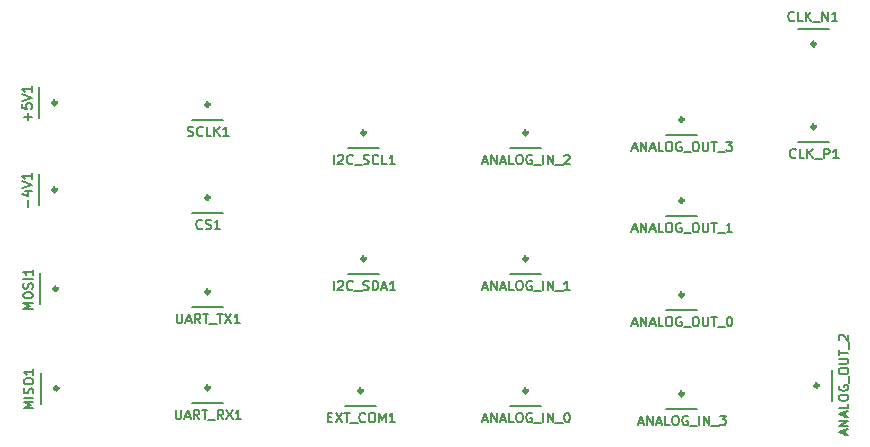
<source format=gbr>
%TF.GenerationSoftware,KiCad,Pcbnew,(6.0.8)*%
%TF.CreationDate,2023-08-07T17:47:41+10:00*%
%TF.ProjectId,REDPITAYA-BRK,52454450-4954-4415-9941-2d42524b2e6b,rev?*%
%TF.SameCoordinates,Original*%
%TF.FileFunction,Legend,Top*%
%TF.FilePolarity,Positive*%
%FSLAX46Y46*%
G04 Gerber Fmt 4.6, Leading zero omitted, Abs format (unit mm)*
G04 Created by KiCad (PCBNEW (6.0.8)) date 2023-08-07 17:47:41*
%MOMM*%
%LPD*%
G01*
G04 APERTURE LIST*
%ADD10C,0.150000*%
%ADD11C,0.127000*%
%ADD12C,0.300000*%
G04 APERTURE END LIST*
D10*
%TO.C,ANALOG_OUT_1*%
X149500725Y-52625730D02*
X149881741Y-52625730D01*
X149424522Y-52854340D02*
X149691233Y-52054206D01*
X149957944Y-52854340D01*
X150224656Y-52854340D02*
X150224656Y-52054206D01*
X150681875Y-52854340D01*
X150681875Y-52054206D01*
X151024790Y-52625730D02*
X151405806Y-52625730D01*
X150948586Y-52854340D02*
X151215298Y-52054206D01*
X151482009Y-52854340D01*
X152129737Y-52854340D02*
X151748720Y-52854340D01*
X151748720Y-52054206D01*
X152548854Y-52054206D02*
X152701261Y-52054206D01*
X152777464Y-52092308D01*
X152853667Y-52168511D01*
X152891769Y-52320917D01*
X152891769Y-52587629D01*
X152853667Y-52740035D01*
X152777464Y-52816238D01*
X152701261Y-52854340D01*
X152548854Y-52854340D01*
X152472651Y-52816238D01*
X152396448Y-52740035D01*
X152358346Y-52587629D01*
X152358346Y-52320917D01*
X152396448Y-52168511D01*
X152472651Y-52092308D01*
X152548854Y-52054206D01*
X153653801Y-52092308D02*
X153577598Y-52054206D01*
X153463293Y-52054206D01*
X153348988Y-52092308D01*
X153272785Y-52168511D01*
X153234683Y-52244714D01*
X153196582Y-52397120D01*
X153196582Y-52511425D01*
X153234683Y-52663832D01*
X153272785Y-52740035D01*
X153348988Y-52816238D01*
X153463293Y-52854340D01*
X153539496Y-52854340D01*
X153653801Y-52816238D01*
X153691903Y-52778137D01*
X153691903Y-52511425D01*
X153539496Y-52511425D01*
X153844309Y-52930543D02*
X154453935Y-52930543D01*
X154796850Y-52054206D02*
X154949256Y-52054206D01*
X155025460Y-52092308D01*
X155101663Y-52168511D01*
X155139764Y-52320917D01*
X155139764Y-52587629D01*
X155101663Y-52740035D01*
X155025460Y-52816238D01*
X154949256Y-52854340D01*
X154796850Y-52854340D01*
X154720647Y-52816238D01*
X154644443Y-52740035D01*
X154606342Y-52587629D01*
X154606342Y-52320917D01*
X154644443Y-52168511D01*
X154720647Y-52092308D01*
X154796850Y-52054206D01*
X155482679Y-52054206D02*
X155482679Y-52701933D01*
X155520781Y-52778137D01*
X155558882Y-52816238D01*
X155635085Y-52854340D01*
X155787492Y-52854340D01*
X155863695Y-52816238D01*
X155901797Y-52778137D01*
X155939898Y-52701933D01*
X155939898Y-52054206D01*
X156206610Y-52054206D02*
X156663829Y-52054206D01*
X156435219Y-52854340D02*
X156435219Y-52054206D01*
X156740032Y-52930543D02*
X157349658Y-52930543D01*
X157959284Y-52854340D02*
X157502065Y-52854340D01*
X157730675Y-52854340D02*
X157730675Y-52054206D01*
X157654471Y-52168511D01*
X157578268Y-52244714D01*
X157502065Y-52282816D01*
%TO.C,+5V1*%
X98332777Y-43379764D02*
X98332777Y-42770139D01*
X98637590Y-43074951D02*
X98027964Y-43074951D01*
X97837456Y-42008106D02*
X97837456Y-42389122D01*
X98218472Y-42427224D01*
X98180370Y-42389122D01*
X98142269Y-42312919D01*
X98142269Y-42122411D01*
X98180370Y-42046208D01*
X98218472Y-42008106D01*
X98294675Y-41970005D01*
X98485183Y-41970005D01*
X98561387Y-42008106D01*
X98599488Y-42046208D01*
X98637590Y-42122411D01*
X98637590Y-42312919D01*
X98599488Y-42389122D01*
X98561387Y-42427224D01*
X97837456Y-41741395D02*
X98637590Y-41474683D01*
X97837456Y-41207972D01*
X98637590Y-40522143D02*
X98637590Y-40979362D01*
X98637590Y-40750753D02*
X97837456Y-40750753D01*
X97951761Y-40826956D01*
X98027964Y-40903159D01*
X98066066Y-40979362D01*
%TO.C,I2C_SDA1*%
X124215094Y-57788340D02*
X124215094Y-56988206D01*
X124558009Y-57064409D02*
X124596111Y-57026308D01*
X124672314Y-56988206D01*
X124862822Y-56988206D01*
X124939025Y-57026308D01*
X124977127Y-57064409D01*
X125015228Y-57140612D01*
X125015228Y-57216816D01*
X124977127Y-57331120D01*
X124519907Y-57788340D01*
X125015228Y-57788340D01*
X125815362Y-57712137D02*
X125777261Y-57750238D01*
X125662956Y-57788340D01*
X125586753Y-57788340D01*
X125472448Y-57750238D01*
X125396245Y-57674035D01*
X125358143Y-57597832D01*
X125320041Y-57445425D01*
X125320041Y-57331120D01*
X125358143Y-57178714D01*
X125396245Y-57102511D01*
X125472448Y-57026308D01*
X125586753Y-56988206D01*
X125662956Y-56988206D01*
X125777261Y-57026308D01*
X125815362Y-57064409D01*
X125967769Y-57864543D02*
X126577395Y-57864543D01*
X126729801Y-57750238D02*
X126844106Y-57788340D01*
X127034614Y-57788340D01*
X127110817Y-57750238D01*
X127148919Y-57712137D01*
X127187021Y-57635933D01*
X127187021Y-57559730D01*
X127148919Y-57483527D01*
X127110817Y-57445425D01*
X127034614Y-57407324D01*
X126882208Y-57369222D01*
X126806005Y-57331120D01*
X126767903Y-57293019D01*
X126729801Y-57216816D01*
X126729801Y-57140612D01*
X126767903Y-57064409D01*
X126806005Y-57026308D01*
X126882208Y-56988206D01*
X127072716Y-56988206D01*
X127187021Y-57026308D01*
X127529935Y-57788340D02*
X127529935Y-56988206D01*
X127720443Y-56988206D01*
X127834748Y-57026308D01*
X127910951Y-57102511D01*
X127949053Y-57178714D01*
X127987155Y-57331120D01*
X127987155Y-57445425D01*
X127949053Y-57597832D01*
X127910951Y-57674035D01*
X127834748Y-57750238D01*
X127720443Y-57788340D01*
X127529935Y-57788340D01*
X128291968Y-57559730D02*
X128672984Y-57559730D01*
X128215764Y-57788340D02*
X128482476Y-56988206D01*
X128749187Y-57788340D01*
X129435016Y-57788340D02*
X128977797Y-57788340D01*
X129206407Y-57788340D02*
X129206407Y-56988206D01*
X129130203Y-57102511D01*
X129054000Y-57178714D01*
X128977797Y-57216816D01*
%TO.C,ANALOG_IN_3*%
X150034147Y-68989730D02*
X150415164Y-68989730D01*
X149957944Y-69218340D02*
X150224656Y-68418206D01*
X150491367Y-69218340D01*
X150758078Y-69218340D02*
X150758078Y-68418206D01*
X151215298Y-69218340D01*
X151215298Y-68418206D01*
X151558212Y-68989730D02*
X151939228Y-68989730D01*
X151482009Y-69218340D02*
X151748720Y-68418206D01*
X152015432Y-69218340D01*
X152663159Y-69218340D02*
X152282143Y-69218340D01*
X152282143Y-68418206D01*
X153082277Y-68418206D02*
X153234683Y-68418206D01*
X153310887Y-68456308D01*
X153387090Y-68532511D01*
X153425192Y-68684917D01*
X153425192Y-68951629D01*
X153387090Y-69104035D01*
X153310887Y-69180238D01*
X153234683Y-69218340D01*
X153082277Y-69218340D01*
X153006074Y-69180238D01*
X152929871Y-69104035D01*
X152891769Y-68951629D01*
X152891769Y-68684917D01*
X152929871Y-68532511D01*
X153006074Y-68456308D01*
X153082277Y-68418206D01*
X154187224Y-68456308D02*
X154111021Y-68418206D01*
X153996716Y-68418206D01*
X153882411Y-68456308D01*
X153806208Y-68532511D01*
X153768106Y-68608714D01*
X153730005Y-68761120D01*
X153730005Y-68875425D01*
X153768106Y-69027832D01*
X153806208Y-69104035D01*
X153882411Y-69180238D01*
X153996716Y-69218340D01*
X154072919Y-69218340D01*
X154187224Y-69180238D01*
X154225326Y-69142137D01*
X154225326Y-68875425D01*
X154072919Y-68875425D01*
X154377732Y-69294543D02*
X154987358Y-69294543D01*
X155177866Y-69218340D02*
X155177866Y-68418206D01*
X155558882Y-69218340D02*
X155558882Y-68418206D01*
X156016102Y-69218340D01*
X156016102Y-68418206D01*
X156206610Y-69294543D02*
X156816236Y-69294543D01*
X156930541Y-68418206D02*
X157425862Y-68418206D01*
X157159150Y-68723019D01*
X157273455Y-68723019D01*
X157349658Y-68761120D01*
X157387760Y-68799222D01*
X157425862Y-68875425D01*
X157425862Y-69065933D01*
X157387760Y-69142137D01*
X157349658Y-69180238D01*
X157273455Y-69218340D01*
X157044845Y-69218340D01*
X156968642Y-69180238D01*
X156930541Y-69142137D01*
%TO.C,-4V1*%
X98332777Y-50745764D02*
X98332777Y-50136139D01*
X98104167Y-49412208D02*
X98637590Y-49412208D01*
X97799354Y-49602716D02*
X98370879Y-49793224D01*
X98370879Y-49297903D01*
X97837456Y-49107395D02*
X98637590Y-48840683D01*
X97837456Y-48573972D01*
X98637590Y-47888143D02*
X98637590Y-48345362D01*
X98637590Y-48116753D02*
X97837456Y-48116753D01*
X97951761Y-48192956D01*
X98027964Y-48269159D01*
X98066066Y-48345362D01*
%TO.C,UART_RX1*%
X110854688Y-67910206D02*
X110854688Y-68557933D01*
X110892790Y-68634137D01*
X110930891Y-68672238D01*
X111007094Y-68710340D01*
X111159501Y-68710340D01*
X111235704Y-68672238D01*
X111273806Y-68634137D01*
X111311907Y-68557933D01*
X111311907Y-67910206D01*
X111654822Y-68481730D02*
X112035838Y-68481730D01*
X111578619Y-68710340D02*
X111845330Y-67910206D01*
X112112041Y-68710340D01*
X112835972Y-68710340D02*
X112569261Y-68329324D01*
X112378753Y-68710340D02*
X112378753Y-67910206D01*
X112683566Y-67910206D01*
X112759769Y-67948308D01*
X112797871Y-67986409D01*
X112835972Y-68062612D01*
X112835972Y-68176917D01*
X112797871Y-68253120D01*
X112759769Y-68291222D01*
X112683566Y-68329324D01*
X112378753Y-68329324D01*
X113064582Y-67910206D02*
X113521801Y-67910206D01*
X113293192Y-68710340D02*
X113293192Y-67910206D01*
X113598005Y-68786543D02*
X114207630Y-68786543D01*
X114855358Y-68710340D02*
X114588647Y-68329324D01*
X114398139Y-68710340D02*
X114398139Y-67910206D01*
X114702951Y-67910206D01*
X114779155Y-67948308D01*
X114817256Y-67986409D01*
X114855358Y-68062612D01*
X114855358Y-68176917D01*
X114817256Y-68253120D01*
X114779155Y-68291222D01*
X114702951Y-68329324D01*
X114398139Y-68329324D01*
X115122069Y-67910206D02*
X115655492Y-68710340D01*
X115655492Y-67910206D02*
X115122069Y-68710340D01*
X116379423Y-68710340D02*
X115922203Y-68710340D01*
X116150813Y-68710340D02*
X116150813Y-67910206D01*
X116074610Y-68024511D01*
X115998407Y-68100714D01*
X115922203Y-68138816D01*
%TO.C,ANALOG_IN_0*%
X136826147Y-68735730D02*
X137207164Y-68735730D01*
X136749944Y-68964340D02*
X137016656Y-68164206D01*
X137283367Y-68964340D01*
X137550078Y-68964340D02*
X137550078Y-68164206D01*
X138007298Y-68964340D01*
X138007298Y-68164206D01*
X138350212Y-68735730D02*
X138731228Y-68735730D01*
X138274009Y-68964340D02*
X138540720Y-68164206D01*
X138807432Y-68964340D01*
X139455159Y-68964340D02*
X139074143Y-68964340D01*
X139074143Y-68164206D01*
X139874277Y-68164206D02*
X140026683Y-68164206D01*
X140102887Y-68202308D01*
X140179090Y-68278511D01*
X140217192Y-68430917D01*
X140217192Y-68697629D01*
X140179090Y-68850035D01*
X140102887Y-68926238D01*
X140026683Y-68964340D01*
X139874277Y-68964340D01*
X139798074Y-68926238D01*
X139721871Y-68850035D01*
X139683769Y-68697629D01*
X139683769Y-68430917D01*
X139721871Y-68278511D01*
X139798074Y-68202308D01*
X139874277Y-68164206D01*
X140979224Y-68202308D02*
X140903021Y-68164206D01*
X140788716Y-68164206D01*
X140674411Y-68202308D01*
X140598208Y-68278511D01*
X140560106Y-68354714D01*
X140522005Y-68507120D01*
X140522005Y-68621425D01*
X140560106Y-68773832D01*
X140598208Y-68850035D01*
X140674411Y-68926238D01*
X140788716Y-68964340D01*
X140864919Y-68964340D01*
X140979224Y-68926238D01*
X141017326Y-68888137D01*
X141017326Y-68621425D01*
X140864919Y-68621425D01*
X141169732Y-69040543D02*
X141779358Y-69040543D01*
X141969866Y-68964340D02*
X141969866Y-68164206D01*
X142350882Y-68964340D02*
X142350882Y-68164206D01*
X142808102Y-68964340D01*
X142808102Y-68164206D01*
X142998610Y-69040543D02*
X143608236Y-69040543D01*
X143951150Y-68164206D02*
X144027353Y-68164206D01*
X144103557Y-68202308D01*
X144141658Y-68240409D01*
X144179760Y-68316612D01*
X144217862Y-68469019D01*
X144217862Y-68659527D01*
X144179760Y-68811933D01*
X144141658Y-68888137D01*
X144103557Y-68926238D01*
X144027353Y-68964340D01*
X143951150Y-68964340D01*
X143874947Y-68926238D01*
X143836845Y-68888137D01*
X143798744Y-68811933D01*
X143760642Y-68659527D01*
X143760642Y-68469019D01*
X143798744Y-68316612D01*
X143836845Y-68240409D01*
X143874947Y-68202308D01*
X143951150Y-68164206D01*
%TO.C,UART_TX1*%
X110949942Y-59782206D02*
X110949942Y-60429933D01*
X110988044Y-60506137D01*
X111026145Y-60544238D01*
X111102348Y-60582340D01*
X111254755Y-60582340D01*
X111330958Y-60544238D01*
X111369060Y-60506137D01*
X111407161Y-60429933D01*
X111407161Y-59782206D01*
X111750076Y-60353730D02*
X112131092Y-60353730D01*
X111673873Y-60582340D02*
X111940584Y-59782206D01*
X112207295Y-60582340D01*
X112931226Y-60582340D02*
X112664515Y-60201324D01*
X112474007Y-60582340D02*
X112474007Y-59782206D01*
X112778820Y-59782206D01*
X112855023Y-59820308D01*
X112893125Y-59858409D01*
X112931226Y-59934612D01*
X112931226Y-60048917D01*
X112893125Y-60125120D01*
X112855023Y-60163222D01*
X112778820Y-60201324D01*
X112474007Y-60201324D01*
X113159836Y-59782206D02*
X113617055Y-59782206D01*
X113388446Y-60582340D02*
X113388446Y-59782206D01*
X113693259Y-60658543D02*
X114302884Y-60658543D01*
X114379088Y-59782206D02*
X114836307Y-59782206D01*
X114607697Y-60582340D02*
X114607697Y-59782206D01*
X115026815Y-59782206D02*
X115560238Y-60582340D01*
X115560238Y-59782206D02*
X115026815Y-60582340D01*
X116284169Y-60582340D02*
X115826949Y-60582340D01*
X116055559Y-60582340D02*
X116055559Y-59782206D01*
X115979356Y-59896511D01*
X115903152Y-59972714D01*
X115826949Y-60010816D01*
%TO.C,EXT_COM1*%
X123732485Y-68545222D02*
X123999196Y-68545222D01*
X124113501Y-68964340D02*
X123732485Y-68964340D01*
X123732485Y-68164206D01*
X124113501Y-68164206D01*
X124380212Y-68164206D02*
X124913635Y-68964340D01*
X124913635Y-68164206D02*
X124380212Y-68964340D01*
X125104143Y-68164206D02*
X125561362Y-68164206D01*
X125332753Y-68964340D02*
X125332753Y-68164206D01*
X125637566Y-69040543D02*
X126247192Y-69040543D01*
X126894919Y-68888137D02*
X126856817Y-68926238D01*
X126742513Y-68964340D01*
X126666309Y-68964340D01*
X126552005Y-68926238D01*
X126475801Y-68850035D01*
X126437700Y-68773832D01*
X126399598Y-68621425D01*
X126399598Y-68507120D01*
X126437700Y-68354714D01*
X126475801Y-68278511D01*
X126552005Y-68202308D01*
X126666309Y-68164206D01*
X126742513Y-68164206D01*
X126856817Y-68202308D01*
X126894919Y-68240409D01*
X127390240Y-68164206D02*
X127542647Y-68164206D01*
X127618850Y-68202308D01*
X127695053Y-68278511D01*
X127733155Y-68430917D01*
X127733155Y-68697629D01*
X127695053Y-68850035D01*
X127618850Y-68926238D01*
X127542647Y-68964340D01*
X127390240Y-68964340D01*
X127314037Y-68926238D01*
X127237834Y-68850035D01*
X127199732Y-68697629D01*
X127199732Y-68430917D01*
X127237834Y-68278511D01*
X127314037Y-68202308D01*
X127390240Y-68164206D01*
X128076069Y-68964340D02*
X128076069Y-68164206D01*
X128342781Y-68735730D01*
X128609492Y-68164206D01*
X128609492Y-68964340D01*
X129409626Y-68964340D02*
X128952407Y-68964340D01*
X129181016Y-68964340D02*
X129181016Y-68164206D01*
X129104813Y-68278511D01*
X129028610Y-68354714D01*
X128952407Y-68392816D01*
%TO.C,MOSI1*%
X98745590Y-59356374D02*
X97945456Y-59356374D01*
X98516980Y-59089663D01*
X97945456Y-58822951D01*
X98745590Y-58822951D01*
X97945456Y-58289529D02*
X97945456Y-58137122D01*
X97983558Y-58060919D01*
X98059761Y-57984716D01*
X98212167Y-57946614D01*
X98478879Y-57946614D01*
X98631285Y-57984716D01*
X98707488Y-58060919D01*
X98745590Y-58137122D01*
X98745590Y-58289529D01*
X98707488Y-58365732D01*
X98631285Y-58441935D01*
X98478879Y-58480037D01*
X98212167Y-58480037D01*
X98059761Y-58441935D01*
X97983558Y-58365732D01*
X97945456Y-58289529D01*
X98707488Y-57641801D02*
X98745590Y-57527496D01*
X98745590Y-57336988D01*
X98707488Y-57260785D01*
X98669387Y-57222683D01*
X98593183Y-57184582D01*
X98516980Y-57184582D01*
X98440777Y-57222683D01*
X98402675Y-57260785D01*
X98364574Y-57336988D01*
X98326472Y-57489395D01*
X98288370Y-57565598D01*
X98250269Y-57603700D01*
X98174066Y-57641801D01*
X98097862Y-57641801D01*
X98021659Y-57603700D01*
X97983558Y-57565598D01*
X97945456Y-57489395D01*
X97945456Y-57298887D01*
X97983558Y-57184582D01*
X98745590Y-56841667D02*
X97945456Y-56841667D01*
X98745590Y-56041533D02*
X98745590Y-56498753D01*
X98745590Y-56270143D02*
X97945456Y-56270143D01*
X98059761Y-56346346D01*
X98135964Y-56422549D01*
X98174066Y-56498753D01*
%TO.C,ANALOG_IN_1*%
X136826147Y-57559730D02*
X137207164Y-57559730D01*
X136749944Y-57788340D02*
X137016656Y-56988206D01*
X137283367Y-57788340D01*
X137550078Y-57788340D02*
X137550078Y-56988206D01*
X138007298Y-57788340D01*
X138007298Y-56988206D01*
X138350212Y-57559730D02*
X138731228Y-57559730D01*
X138274009Y-57788340D02*
X138540720Y-56988206D01*
X138807432Y-57788340D01*
X139455159Y-57788340D02*
X139074143Y-57788340D01*
X139074143Y-56988206D01*
X139874277Y-56988206D02*
X140026683Y-56988206D01*
X140102887Y-57026308D01*
X140179090Y-57102511D01*
X140217192Y-57254917D01*
X140217192Y-57521629D01*
X140179090Y-57674035D01*
X140102887Y-57750238D01*
X140026683Y-57788340D01*
X139874277Y-57788340D01*
X139798074Y-57750238D01*
X139721871Y-57674035D01*
X139683769Y-57521629D01*
X139683769Y-57254917D01*
X139721871Y-57102511D01*
X139798074Y-57026308D01*
X139874277Y-56988206D01*
X140979224Y-57026308D02*
X140903021Y-56988206D01*
X140788716Y-56988206D01*
X140674411Y-57026308D01*
X140598208Y-57102511D01*
X140560106Y-57178714D01*
X140522005Y-57331120D01*
X140522005Y-57445425D01*
X140560106Y-57597832D01*
X140598208Y-57674035D01*
X140674411Y-57750238D01*
X140788716Y-57788340D01*
X140864919Y-57788340D01*
X140979224Y-57750238D01*
X141017326Y-57712137D01*
X141017326Y-57445425D01*
X140864919Y-57445425D01*
X141169732Y-57864543D02*
X141779358Y-57864543D01*
X141969866Y-57788340D02*
X141969866Y-56988206D01*
X142350882Y-57788340D02*
X142350882Y-56988206D01*
X142808102Y-57788340D01*
X142808102Y-56988206D01*
X142998610Y-57864543D02*
X143608236Y-57864543D01*
X144217862Y-57788340D02*
X143760642Y-57788340D01*
X143989252Y-57788340D02*
X143989252Y-56988206D01*
X143913049Y-57102511D01*
X143836845Y-57178714D01*
X143760642Y-57216816D01*
%TO.C,ANALOG_IN_2*%
X136826147Y-46891730D02*
X137207164Y-46891730D01*
X136749944Y-47120340D02*
X137016656Y-46320206D01*
X137283367Y-47120340D01*
X137550078Y-47120340D02*
X137550078Y-46320206D01*
X138007298Y-47120340D01*
X138007298Y-46320206D01*
X138350212Y-46891730D02*
X138731228Y-46891730D01*
X138274009Y-47120340D02*
X138540720Y-46320206D01*
X138807432Y-47120340D01*
X139455159Y-47120340D02*
X139074143Y-47120340D01*
X139074143Y-46320206D01*
X139874277Y-46320206D02*
X140026683Y-46320206D01*
X140102887Y-46358308D01*
X140179090Y-46434511D01*
X140217192Y-46586917D01*
X140217192Y-46853629D01*
X140179090Y-47006035D01*
X140102887Y-47082238D01*
X140026683Y-47120340D01*
X139874277Y-47120340D01*
X139798074Y-47082238D01*
X139721871Y-47006035D01*
X139683769Y-46853629D01*
X139683769Y-46586917D01*
X139721871Y-46434511D01*
X139798074Y-46358308D01*
X139874277Y-46320206D01*
X140979224Y-46358308D02*
X140903021Y-46320206D01*
X140788716Y-46320206D01*
X140674411Y-46358308D01*
X140598208Y-46434511D01*
X140560106Y-46510714D01*
X140522005Y-46663120D01*
X140522005Y-46777425D01*
X140560106Y-46929832D01*
X140598208Y-47006035D01*
X140674411Y-47082238D01*
X140788716Y-47120340D01*
X140864919Y-47120340D01*
X140979224Y-47082238D01*
X141017326Y-47044137D01*
X141017326Y-46777425D01*
X140864919Y-46777425D01*
X141169732Y-47196543D02*
X141779358Y-47196543D01*
X141969866Y-47120340D02*
X141969866Y-46320206D01*
X142350882Y-47120340D02*
X142350882Y-46320206D01*
X142808102Y-47120340D01*
X142808102Y-46320206D01*
X142998610Y-47196543D02*
X143608236Y-47196543D01*
X143760642Y-46396409D02*
X143798744Y-46358308D01*
X143874947Y-46320206D01*
X144065455Y-46320206D01*
X144141658Y-46358308D01*
X144179760Y-46396409D01*
X144217862Y-46472612D01*
X144217862Y-46548816D01*
X144179760Y-46663120D01*
X143722541Y-47120340D01*
X144217862Y-47120340D01*
%TO.C,CLK_N1*%
X163204777Y-34915387D02*
X163166676Y-34953488D01*
X163052371Y-34991590D01*
X162976168Y-34991590D01*
X162861863Y-34953488D01*
X162785660Y-34877285D01*
X162747558Y-34801082D01*
X162709456Y-34648675D01*
X162709456Y-34534370D01*
X162747558Y-34381964D01*
X162785660Y-34305761D01*
X162861863Y-34229558D01*
X162976168Y-34191456D01*
X163052371Y-34191456D01*
X163166676Y-34229558D01*
X163204777Y-34267659D01*
X163928708Y-34991590D02*
X163547692Y-34991590D01*
X163547692Y-34191456D01*
X164195419Y-34991590D02*
X164195419Y-34191456D01*
X164652639Y-34991590D02*
X164309724Y-34534370D01*
X164652639Y-34191456D02*
X164195419Y-34648675D01*
X164805045Y-35067793D02*
X165414671Y-35067793D01*
X165605179Y-34991590D02*
X165605179Y-34191456D01*
X166062399Y-34991590D01*
X166062399Y-34191456D01*
X166862533Y-34991590D02*
X166405313Y-34991590D01*
X166633923Y-34991590D02*
X166633923Y-34191456D01*
X166557720Y-34305761D01*
X166481517Y-34381964D01*
X166405313Y-34420066D01*
%TO.C,ANALOG_OUT_2*%
X167541730Y-70004274D02*
X167541730Y-69623258D01*
X167770340Y-70080477D02*
X166970206Y-69813766D01*
X167770340Y-69547055D01*
X167770340Y-69280343D02*
X166970206Y-69280343D01*
X167770340Y-68823124D01*
X166970206Y-68823124D01*
X167541730Y-68480209D02*
X167541730Y-68099193D01*
X167770340Y-68556413D02*
X166970206Y-68289701D01*
X167770340Y-68022990D01*
X167770340Y-67375263D02*
X167770340Y-67756279D01*
X166970206Y-67756279D01*
X166970206Y-66956145D02*
X166970206Y-66803738D01*
X167008308Y-66727535D01*
X167084511Y-66651332D01*
X167236917Y-66613230D01*
X167503629Y-66613230D01*
X167656035Y-66651332D01*
X167732238Y-66727535D01*
X167770340Y-66803738D01*
X167770340Y-66956145D01*
X167732238Y-67032348D01*
X167656035Y-67108551D01*
X167503629Y-67146653D01*
X167236917Y-67146653D01*
X167084511Y-67108551D01*
X167008308Y-67032348D01*
X166970206Y-66956145D01*
X167008308Y-65851198D02*
X166970206Y-65927401D01*
X166970206Y-66041706D01*
X167008308Y-66156011D01*
X167084511Y-66232214D01*
X167160714Y-66270316D01*
X167313120Y-66308417D01*
X167427425Y-66308417D01*
X167579832Y-66270316D01*
X167656035Y-66232214D01*
X167732238Y-66156011D01*
X167770340Y-66041706D01*
X167770340Y-65965503D01*
X167732238Y-65851198D01*
X167694137Y-65813096D01*
X167427425Y-65813096D01*
X167427425Y-65965503D01*
X167846543Y-65660690D02*
X167846543Y-65051064D01*
X166970206Y-64708149D02*
X166970206Y-64555743D01*
X167008308Y-64479539D01*
X167084511Y-64403336D01*
X167236917Y-64365235D01*
X167503629Y-64365235D01*
X167656035Y-64403336D01*
X167732238Y-64479539D01*
X167770340Y-64555743D01*
X167770340Y-64708149D01*
X167732238Y-64784352D01*
X167656035Y-64860556D01*
X167503629Y-64898657D01*
X167236917Y-64898657D01*
X167084511Y-64860556D01*
X167008308Y-64784352D01*
X166970206Y-64708149D01*
X166970206Y-64022320D02*
X167617933Y-64022320D01*
X167694137Y-63984218D01*
X167732238Y-63946117D01*
X167770340Y-63869914D01*
X167770340Y-63717507D01*
X167732238Y-63641304D01*
X167694137Y-63603202D01*
X167617933Y-63565101D01*
X166970206Y-63565101D01*
X166970206Y-63298389D02*
X166970206Y-62841170D01*
X167770340Y-63069780D02*
X166970206Y-63069780D01*
X167846543Y-62764967D02*
X167846543Y-62155341D01*
X167046409Y-62002934D02*
X167008308Y-61964833D01*
X166970206Y-61888629D01*
X166970206Y-61698121D01*
X167008308Y-61621918D01*
X167046409Y-61583816D01*
X167122612Y-61545715D01*
X167198816Y-61545715D01*
X167313120Y-61583816D01*
X167770340Y-62041036D01*
X167770340Y-61545715D01*
%TO.C,CS1*%
X113083633Y-52524137D02*
X113045531Y-52562238D01*
X112931226Y-52600340D01*
X112855023Y-52600340D01*
X112740718Y-52562238D01*
X112664515Y-52486035D01*
X112626413Y-52409832D01*
X112588312Y-52257425D01*
X112588312Y-52143120D01*
X112626413Y-51990714D01*
X112664515Y-51914511D01*
X112740718Y-51838308D01*
X112855023Y-51800206D01*
X112931226Y-51800206D01*
X113045531Y-51838308D01*
X113083633Y-51876409D01*
X113388446Y-52562238D02*
X113502750Y-52600340D01*
X113693259Y-52600340D01*
X113769462Y-52562238D01*
X113807563Y-52524137D01*
X113845665Y-52447933D01*
X113845665Y-52371730D01*
X113807563Y-52295527D01*
X113769462Y-52257425D01*
X113693259Y-52219324D01*
X113540852Y-52181222D01*
X113464649Y-52143120D01*
X113426547Y-52105019D01*
X113388446Y-52028816D01*
X113388446Y-51952612D01*
X113426547Y-51876409D01*
X113464649Y-51838308D01*
X113540852Y-51800206D01*
X113731360Y-51800206D01*
X113845665Y-51838308D01*
X114607697Y-52600340D02*
X114150478Y-52600340D01*
X114379088Y-52600340D02*
X114379088Y-51800206D01*
X114302884Y-51914511D01*
X114226681Y-51990714D01*
X114150478Y-52028816D01*
%TO.C,ANALOG_OUT_0*%
X149500725Y-60607730D02*
X149881741Y-60607730D01*
X149424522Y-60836340D02*
X149691233Y-60036206D01*
X149957944Y-60836340D01*
X150224656Y-60836340D02*
X150224656Y-60036206D01*
X150681875Y-60836340D01*
X150681875Y-60036206D01*
X151024790Y-60607730D02*
X151405806Y-60607730D01*
X150948586Y-60836340D02*
X151215298Y-60036206D01*
X151482009Y-60836340D01*
X152129737Y-60836340D02*
X151748720Y-60836340D01*
X151748720Y-60036206D01*
X152548854Y-60036206D02*
X152701261Y-60036206D01*
X152777464Y-60074308D01*
X152853667Y-60150511D01*
X152891769Y-60302917D01*
X152891769Y-60569629D01*
X152853667Y-60722035D01*
X152777464Y-60798238D01*
X152701261Y-60836340D01*
X152548854Y-60836340D01*
X152472651Y-60798238D01*
X152396448Y-60722035D01*
X152358346Y-60569629D01*
X152358346Y-60302917D01*
X152396448Y-60150511D01*
X152472651Y-60074308D01*
X152548854Y-60036206D01*
X153653801Y-60074308D02*
X153577598Y-60036206D01*
X153463293Y-60036206D01*
X153348988Y-60074308D01*
X153272785Y-60150511D01*
X153234683Y-60226714D01*
X153196582Y-60379120D01*
X153196582Y-60493425D01*
X153234683Y-60645832D01*
X153272785Y-60722035D01*
X153348988Y-60798238D01*
X153463293Y-60836340D01*
X153539496Y-60836340D01*
X153653801Y-60798238D01*
X153691903Y-60760137D01*
X153691903Y-60493425D01*
X153539496Y-60493425D01*
X153844309Y-60912543D02*
X154453935Y-60912543D01*
X154796850Y-60036206D02*
X154949256Y-60036206D01*
X155025460Y-60074308D01*
X155101663Y-60150511D01*
X155139764Y-60302917D01*
X155139764Y-60569629D01*
X155101663Y-60722035D01*
X155025460Y-60798238D01*
X154949256Y-60836340D01*
X154796850Y-60836340D01*
X154720647Y-60798238D01*
X154644443Y-60722035D01*
X154606342Y-60569629D01*
X154606342Y-60302917D01*
X154644443Y-60150511D01*
X154720647Y-60074308D01*
X154796850Y-60036206D01*
X155482679Y-60036206D02*
X155482679Y-60683933D01*
X155520781Y-60760137D01*
X155558882Y-60798238D01*
X155635085Y-60836340D01*
X155787492Y-60836340D01*
X155863695Y-60798238D01*
X155901797Y-60760137D01*
X155939898Y-60683933D01*
X155939898Y-60036206D01*
X156206610Y-60036206D02*
X156663829Y-60036206D01*
X156435219Y-60836340D02*
X156435219Y-60036206D01*
X156740032Y-60912543D02*
X157349658Y-60912543D01*
X157692573Y-60036206D02*
X157768776Y-60036206D01*
X157844979Y-60074308D01*
X157883081Y-60112409D01*
X157921183Y-60188612D01*
X157959284Y-60341019D01*
X157959284Y-60531527D01*
X157921183Y-60683933D01*
X157883081Y-60760137D01*
X157844979Y-60798238D01*
X157768776Y-60836340D01*
X157692573Y-60836340D01*
X157616370Y-60798238D01*
X157578268Y-60760137D01*
X157540166Y-60683933D01*
X157502065Y-60531527D01*
X157502065Y-60341019D01*
X157540166Y-60188612D01*
X157578268Y-60112409D01*
X157616370Y-60074308D01*
X157692573Y-60036206D01*
%TO.C,MISO1*%
X98786590Y-67781374D02*
X97986456Y-67781374D01*
X98557980Y-67514663D01*
X97986456Y-67247951D01*
X98786590Y-67247951D01*
X98786590Y-66866935D02*
X97986456Y-66866935D01*
X98748488Y-66524021D02*
X98786590Y-66409716D01*
X98786590Y-66219208D01*
X98748488Y-66143005D01*
X98710387Y-66104903D01*
X98634183Y-66066801D01*
X98557980Y-66066801D01*
X98481777Y-66104903D01*
X98443675Y-66143005D01*
X98405574Y-66219208D01*
X98367472Y-66371614D01*
X98329370Y-66447817D01*
X98291269Y-66485919D01*
X98215066Y-66524021D01*
X98138862Y-66524021D01*
X98062659Y-66485919D01*
X98024558Y-66447817D01*
X97986456Y-66371614D01*
X97986456Y-66181106D01*
X98024558Y-66066801D01*
X97986456Y-65571480D02*
X97986456Y-65419074D01*
X98024558Y-65342871D01*
X98100761Y-65266667D01*
X98253167Y-65228566D01*
X98519879Y-65228566D01*
X98672285Y-65266667D01*
X98748488Y-65342871D01*
X98786590Y-65419074D01*
X98786590Y-65571480D01*
X98748488Y-65647683D01*
X98672285Y-65723887D01*
X98519879Y-65761988D01*
X98253167Y-65761988D01*
X98100761Y-65723887D01*
X98024558Y-65647683D01*
X97986456Y-65571480D01*
X98786590Y-64466533D02*
X98786590Y-64923753D01*
X98786590Y-64695143D02*
X97986456Y-64695143D01*
X98100761Y-64771346D01*
X98176964Y-64847549D01*
X98215066Y-64923753D01*
%TO.C,ANALOG_OUT_3*%
X149500725Y-45767730D02*
X149881741Y-45767730D01*
X149424522Y-45996340D02*
X149691233Y-45196206D01*
X149957944Y-45996340D01*
X150224656Y-45996340D02*
X150224656Y-45196206D01*
X150681875Y-45996340D01*
X150681875Y-45196206D01*
X151024790Y-45767730D02*
X151405806Y-45767730D01*
X150948586Y-45996340D02*
X151215298Y-45196206D01*
X151482009Y-45996340D01*
X152129737Y-45996340D02*
X151748720Y-45996340D01*
X151748720Y-45196206D01*
X152548854Y-45196206D02*
X152701261Y-45196206D01*
X152777464Y-45234308D01*
X152853667Y-45310511D01*
X152891769Y-45462917D01*
X152891769Y-45729629D01*
X152853667Y-45882035D01*
X152777464Y-45958238D01*
X152701261Y-45996340D01*
X152548854Y-45996340D01*
X152472651Y-45958238D01*
X152396448Y-45882035D01*
X152358346Y-45729629D01*
X152358346Y-45462917D01*
X152396448Y-45310511D01*
X152472651Y-45234308D01*
X152548854Y-45196206D01*
X153653801Y-45234308D02*
X153577598Y-45196206D01*
X153463293Y-45196206D01*
X153348988Y-45234308D01*
X153272785Y-45310511D01*
X153234683Y-45386714D01*
X153196582Y-45539120D01*
X153196582Y-45653425D01*
X153234683Y-45805832D01*
X153272785Y-45882035D01*
X153348988Y-45958238D01*
X153463293Y-45996340D01*
X153539496Y-45996340D01*
X153653801Y-45958238D01*
X153691903Y-45920137D01*
X153691903Y-45653425D01*
X153539496Y-45653425D01*
X153844309Y-46072543D02*
X154453935Y-46072543D01*
X154796850Y-45196206D02*
X154949256Y-45196206D01*
X155025460Y-45234308D01*
X155101663Y-45310511D01*
X155139764Y-45462917D01*
X155139764Y-45729629D01*
X155101663Y-45882035D01*
X155025460Y-45958238D01*
X154949256Y-45996340D01*
X154796850Y-45996340D01*
X154720647Y-45958238D01*
X154644443Y-45882035D01*
X154606342Y-45729629D01*
X154606342Y-45462917D01*
X154644443Y-45310511D01*
X154720647Y-45234308D01*
X154796850Y-45196206D01*
X155482679Y-45196206D02*
X155482679Y-45843933D01*
X155520781Y-45920137D01*
X155558882Y-45958238D01*
X155635085Y-45996340D01*
X155787492Y-45996340D01*
X155863695Y-45958238D01*
X155901797Y-45920137D01*
X155939898Y-45843933D01*
X155939898Y-45196206D01*
X156206610Y-45196206D02*
X156663829Y-45196206D01*
X156435219Y-45996340D02*
X156435219Y-45196206D01*
X156740032Y-46072543D02*
X157349658Y-46072543D01*
X157463963Y-45196206D02*
X157959284Y-45196206D01*
X157692573Y-45501019D01*
X157806878Y-45501019D01*
X157883081Y-45539120D01*
X157921183Y-45577222D01*
X157959284Y-45653425D01*
X157959284Y-45843933D01*
X157921183Y-45920137D01*
X157883081Y-45958238D01*
X157806878Y-45996340D01*
X157578268Y-45996340D01*
X157502065Y-45958238D01*
X157463963Y-45920137D01*
%TO.C,CLK_P1*%
X163343838Y-46536137D02*
X163305737Y-46574238D01*
X163191432Y-46612340D01*
X163115228Y-46612340D01*
X163000924Y-46574238D01*
X162924720Y-46498035D01*
X162886619Y-46421832D01*
X162848517Y-46269425D01*
X162848517Y-46155120D01*
X162886619Y-46002714D01*
X162924720Y-45926511D01*
X163000924Y-45850308D01*
X163115228Y-45812206D01*
X163191432Y-45812206D01*
X163305737Y-45850308D01*
X163343838Y-45888409D01*
X164067769Y-46612340D02*
X163686753Y-46612340D01*
X163686753Y-45812206D01*
X164334480Y-46612340D02*
X164334480Y-45812206D01*
X164791700Y-46612340D02*
X164448785Y-46155120D01*
X164791700Y-45812206D02*
X164334480Y-46269425D01*
X164944106Y-46688543D02*
X165553732Y-46688543D01*
X165744240Y-46612340D02*
X165744240Y-45812206D01*
X166049053Y-45812206D01*
X166125256Y-45850308D01*
X166163358Y-45888409D01*
X166201460Y-45964612D01*
X166201460Y-46078917D01*
X166163358Y-46155120D01*
X166125256Y-46193222D01*
X166049053Y-46231324D01*
X165744240Y-46231324D01*
X166963492Y-46612340D02*
X166506273Y-46612340D01*
X166734882Y-46612340D02*
X166734882Y-45812206D01*
X166658679Y-45926511D01*
X166582476Y-46002714D01*
X166506273Y-46040816D01*
%TO.C,SCLK1*%
X111864381Y-44688238D02*
X111978686Y-44726340D01*
X112169194Y-44726340D01*
X112245397Y-44688238D01*
X112283499Y-44650137D01*
X112321600Y-44573933D01*
X112321600Y-44497730D01*
X112283499Y-44421527D01*
X112245397Y-44383425D01*
X112169194Y-44345324D01*
X112016787Y-44307222D01*
X111940584Y-44269120D01*
X111902482Y-44231019D01*
X111864381Y-44154816D01*
X111864381Y-44078612D01*
X111902482Y-44002409D01*
X111940584Y-43964308D01*
X112016787Y-43926206D01*
X112207295Y-43926206D01*
X112321600Y-43964308D01*
X113121734Y-44650137D02*
X113083633Y-44688238D01*
X112969328Y-44726340D01*
X112893125Y-44726340D01*
X112778820Y-44688238D01*
X112702616Y-44612035D01*
X112664515Y-44535832D01*
X112626413Y-44383425D01*
X112626413Y-44269120D01*
X112664515Y-44116714D01*
X112702616Y-44040511D01*
X112778820Y-43964308D01*
X112893125Y-43926206D01*
X112969328Y-43926206D01*
X113083633Y-43964308D01*
X113121734Y-44002409D01*
X113845665Y-44726340D02*
X113464649Y-44726340D01*
X113464649Y-43926206D01*
X114112376Y-44726340D02*
X114112376Y-43926206D01*
X114569596Y-44726340D02*
X114226681Y-44269120D01*
X114569596Y-43926206D02*
X114112376Y-44383425D01*
X115331628Y-44726340D02*
X114874409Y-44726340D01*
X115103018Y-44726340D02*
X115103018Y-43926206D01*
X115026815Y-44040511D01*
X114950612Y-44116714D01*
X114874409Y-44154816D01*
%TO.C,I2C_SCL1*%
X124234145Y-47120340D02*
X124234145Y-46320206D01*
X124577060Y-46396409D02*
X124615161Y-46358308D01*
X124691365Y-46320206D01*
X124881873Y-46320206D01*
X124958076Y-46358308D01*
X124996178Y-46396409D01*
X125034279Y-46472612D01*
X125034279Y-46548816D01*
X124996178Y-46663120D01*
X124538958Y-47120340D01*
X125034279Y-47120340D01*
X125834413Y-47044137D02*
X125796312Y-47082238D01*
X125682007Y-47120340D01*
X125605804Y-47120340D01*
X125491499Y-47082238D01*
X125415295Y-47006035D01*
X125377194Y-46929832D01*
X125339092Y-46777425D01*
X125339092Y-46663120D01*
X125377194Y-46510714D01*
X125415295Y-46434511D01*
X125491499Y-46358308D01*
X125605804Y-46320206D01*
X125682007Y-46320206D01*
X125796312Y-46358308D01*
X125834413Y-46396409D01*
X125986820Y-47196543D02*
X126596446Y-47196543D01*
X126748852Y-47082238D02*
X126863157Y-47120340D01*
X127053665Y-47120340D01*
X127129868Y-47082238D01*
X127167970Y-47044137D01*
X127206072Y-46967933D01*
X127206072Y-46891730D01*
X127167970Y-46815527D01*
X127129868Y-46777425D01*
X127053665Y-46739324D01*
X126901259Y-46701222D01*
X126825055Y-46663120D01*
X126786954Y-46625019D01*
X126748852Y-46548816D01*
X126748852Y-46472612D01*
X126786954Y-46396409D01*
X126825055Y-46358308D01*
X126901259Y-46320206D01*
X127091767Y-46320206D01*
X127206072Y-46358308D01*
X128006206Y-47044137D02*
X127968104Y-47082238D01*
X127853799Y-47120340D01*
X127777596Y-47120340D01*
X127663291Y-47082238D01*
X127587088Y-47006035D01*
X127548986Y-46929832D01*
X127510884Y-46777425D01*
X127510884Y-46663120D01*
X127548986Y-46510714D01*
X127587088Y-46434511D01*
X127663291Y-46358308D01*
X127777596Y-46320206D01*
X127853799Y-46320206D01*
X127968104Y-46358308D01*
X128006206Y-46396409D01*
X128730136Y-47120340D02*
X128349120Y-47120340D01*
X128349120Y-46320206D01*
X129415965Y-47120340D02*
X128958746Y-47120340D01*
X129187356Y-47120340D02*
X129187356Y-46320206D01*
X129111152Y-46434511D01*
X129034949Y-46510714D01*
X128958746Y-46548816D01*
D11*
%TO.C,ANALOG_OUT_1*%
X154970000Y-51484000D02*
X152370000Y-51484000D01*
D12*
X153820000Y-50184000D02*
G75*
G03*
X153820000Y-50184000I-150000J0D01*
G01*
D11*
%TO.C,+5V1*%
X99284000Y-43210000D02*
X99284000Y-40610000D01*
D12*
X100734000Y-41910000D02*
G75*
G03*
X100734000Y-41910000I-150000J0D01*
G01*
D11*
%TO.C,I2C_SDA1*%
X128046000Y-56418000D02*
X125446000Y-56418000D01*
D12*
X126896000Y-55118000D02*
G75*
G03*
X126896000Y-55118000I-150000J0D01*
G01*
D11*
%TO.C,ANALOG_IN_3*%
X154970000Y-67848000D02*
X152370000Y-67848000D01*
D12*
X153820000Y-66548000D02*
G75*
G03*
X153820000Y-66548000I-150000J0D01*
G01*
D11*
%TO.C,-4V1*%
X99284000Y-50576000D02*
X99284000Y-47976000D01*
D12*
X100734000Y-49276000D02*
G75*
G03*
X100734000Y-49276000I-150000J0D01*
G01*
D11*
%TO.C,UART_RX1*%
X114838000Y-67340000D02*
X112238000Y-67340000D01*
D12*
X113688000Y-66040000D02*
G75*
G03*
X113688000Y-66040000I-150000J0D01*
G01*
D11*
%TO.C,ANALOG_IN_0*%
X141762000Y-67594000D02*
X139162000Y-67594000D01*
D12*
X140612000Y-66294000D02*
G75*
G03*
X140612000Y-66294000I-150000J0D01*
G01*
D11*
%TO.C,UART_TX1*%
X114838000Y-59212000D02*
X112238000Y-59212000D01*
D12*
X113688000Y-57912000D02*
G75*
G03*
X113688000Y-57912000I-150000J0D01*
G01*
D11*
%TO.C,EXT_COM1*%
X127792000Y-67594000D02*
X125192000Y-67594000D01*
D12*
X126642000Y-66294000D02*
G75*
G03*
X126642000Y-66294000I-150000J0D01*
G01*
D11*
%TO.C,MOSI1*%
X99392000Y-58958000D02*
X99392000Y-56358000D01*
D12*
X100842000Y-57658000D02*
G75*
G03*
X100842000Y-57658000I-150000J0D01*
G01*
D11*
%TO.C,ANALOG_IN_1*%
X141762000Y-56418000D02*
X139162000Y-56418000D01*
D12*
X140612000Y-55118000D02*
G75*
G03*
X140612000Y-55118000I-150000J0D01*
G01*
D11*
%TO.C,ANALOG_IN_2*%
X141762000Y-45750000D02*
X139162000Y-45750000D01*
D12*
X140612000Y-44450000D02*
G75*
G03*
X140612000Y-44450000I-150000J0D01*
G01*
D11*
%TO.C,CLK_N1*%
X163546000Y-35638000D02*
X166146000Y-35638000D01*
D12*
X164996000Y-36938000D02*
G75*
G03*
X164996000Y-36938000I-150000J0D01*
G01*
D11*
%TO.C,ANALOG_OUT_2*%
X166400000Y-64535000D02*
X166400000Y-67135000D01*
D12*
X165250000Y-65835000D02*
G75*
G03*
X165250000Y-65835000I-150000J0D01*
G01*
D11*
%TO.C,CS1*%
X114838000Y-51230000D02*
X112238000Y-51230000D01*
D12*
X113688000Y-49930000D02*
G75*
G03*
X113688000Y-49930000I-150000J0D01*
G01*
D11*
%TO.C,ANALOG_OUT_0*%
X154970000Y-59466000D02*
X152370000Y-59466000D01*
D12*
X153820000Y-58166000D02*
G75*
G03*
X153820000Y-58166000I-150000J0D01*
G01*
D11*
%TO.C,MISO1*%
X99433000Y-67383000D02*
X99433000Y-64783000D01*
D12*
X100883000Y-66083000D02*
G75*
G03*
X100883000Y-66083000I-150000J0D01*
G01*
D11*
%TO.C,ANALOG_OUT_3*%
X154970000Y-44626000D02*
X152370000Y-44626000D01*
D12*
X153820000Y-43326000D02*
G75*
G03*
X153820000Y-43326000I-150000J0D01*
G01*
D11*
%TO.C,CLK_P1*%
X166146000Y-45242000D02*
X163546000Y-45242000D01*
D12*
X164996000Y-43942000D02*
G75*
G03*
X164996000Y-43942000I-150000J0D01*
G01*
D11*
%TO.C,SCLK1*%
X114838000Y-43356000D02*
X112238000Y-43356000D01*
D12*
X113688000Y-42056000D02*
G75*
G03*
X113688000Y-42056000I-150000J0D01*
G01*
D11*
%TO.C,I2C_SCL1*%
X128046000Y-45750000D02*
X125446000Y-45750000D01*
D12*
X126896000Y-44450000D02*
G75*
G03*
X126896000Y-44450000I-150000J0D01*
G01*
%TD*%
M02*

</source>
